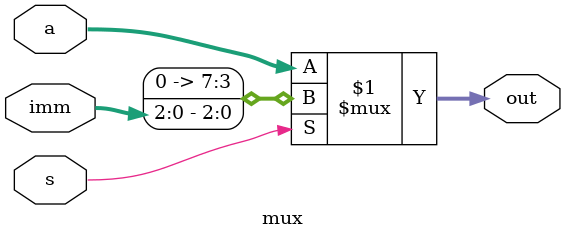
<source format=sv>
`timescale 1ns / 1ps


module mux(
    input logic [7 :0]a,
    input logic [2:0] imm,
    input logic s,
    output logic [7:0]out 
    );
    
    assign out = s ? {5'b00000,imm} : a;
    
endmodule

</source>
